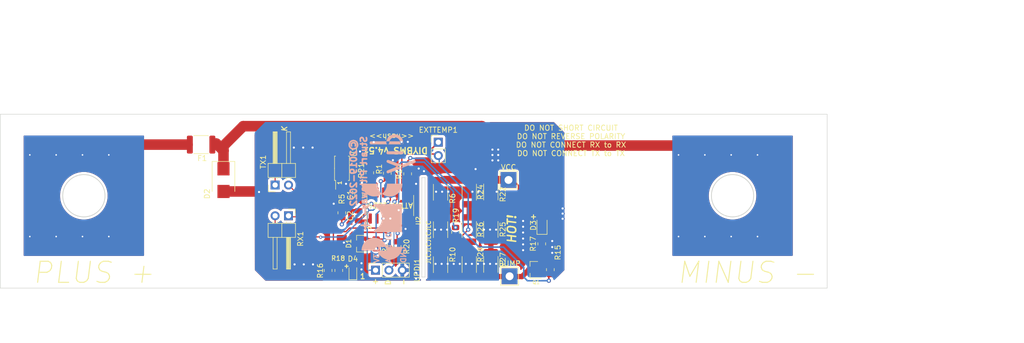
<source format=kicad_pcb>
(kicad_pcb (version 20221018) (generator pcbnew)
  (layers (0 "F.Cu" signal) (31 "B.Cu" signal) (34 "B.Paste" user) (35 "F.Paste" user) (36 "B.SilkS" user "B.Silkscreen") (37 "F.SilkS" user "F.Silkscreen") (38 "B.Mask" user) (39 "F.Mask" user) (44 "Edge.Cuts" user))
  (net 0 "")
  (net 1 "GND")
  (net 2 "VCC")
  (net 3 "RXD0")
  (net 4 "ENABLE")
  (net 5 "Net-(R5-Pad1)")
  (net 6 "TXD0")
  (net 7 "Net-(R6-Pad2)")
  (net 8 "Net-(D3-K)")
  (net 9 "Net-(D4-K)")
  (net 10 "unconnected-(F1-Pad2)")
  (net 11 "DUMP_LOAD_ENABLE")
  (net 12 "Net-(R22-Pad2)")
  (net 13 "Net-(R24-Pad2)")
  (net 14 "VREF")
  (net 15 "Net-(R10-Pad1)")
  (net 16 "Net-(R25-Pad2)")
  (net 17 "Net-(R26-Pad2)")
  (net 18 "PA6")
  (net 19 "PA3")
  (net 20 "RESET")
  (net 21 "PA7")
  (net 22 "REF_EN")
  (net 23 "Net-(Q1-D)")
  (net 24 "Net-(Q1-G)")
  (net 27 "Net-(TX1-Pin_1)")
  (net 28 "Net-(TX1-Pin_2)")
  (footprint "Package_SO:SOP-4_4.4x2.6mm_P1.27mm" (layer "F.Cu") (at 116.1676 75.2376 90)
    (fp_text reference "U1" (at 3.2 2.3 90) (layer "F.SilkS"))
    (fp_text value "EL3H7(B)(TA)-G")
    (pad "1" smd roundrect (at -3.1875 -0.635 90) (size 1.625 0.6) (layers "F.Cu" "F.Paste" "F.Mask") (net 5 "Net-(R5-Pad1)"))
    (pad "2" smd roundrect (at -3.1875 0.635 90) (size 1.625 0.6) (layers "F.Cu" "F.Paste" "F.Mask") (net 1 "GND"))
    (pad "3" smd roundrect (at 3.1875 0.635 90) (size 1.625 0.6) (layers "F.Cu" "F.Paste" "F.Mask") (net 27 "Net-(TX1-Pin_1)"))
    (pad "4" smd roundrect (at 3.1875 -0.635 90) (size 1.625 0.6) (layers "F.Cu" "F.Paste" "F.Mask") (net 28 "Net-(TX1-Pin_2)"))
  )
  (footprint "Resistor_SMD:R_0805_2012Metric" (layer "F.Cu") (at 113.5426 94.6376 90)
    (fp_text reference "R16" (at -0.05 -1.5 90) (layer "F.SilkS"))
    (fp_text value "2K2" hide)
    (pad "1" smd roundrect (at -0.9125 0 90) (size 1.025 1.4) (layers "F.Cu" "F.Paste" "F.Mask") (roundrect_rratio 0.243902439) (net 1 "GND"))
    (pad "2" smd roundrect (at 0.9125 0 90) (size 1.025 1.4) (layers "F.Cu" "F.Paste" "F.Mask") (roundrect_rratio 0.243902439) (net 3 "RXD0"))
  )
  (footprint "Resistor_SMD:R_2010_5025Metric" (layer "F.Cu") (at 144.4426 93.4876 -90)
    (fp_text reference "R27" (at -0.848 -2.28 -270) (layer "F.SilkS"))
    (fp_text value "3R")
    (pad "1" smd roundrect (at -2.3125 0 270) (size 1.225 2.65) (layers "F.Cu" "F.Paste" "F.Mask") (roundrect_rratio 0.2040816327) (net 16 "Net-(R25-Pad2)"))
    (pad "2" smd roundrect (at 2.3125 0 270) (size 1.225 2.65) (layers "F.Cu" "F.Paste" "F.Mask") (roundrect_rratio 0.2040816327) (net 23 "Net-(Q1-D)"))
  )
  (footprint "Resistor_SMD:R_2010_5025Metric" (layer "F.Cu") (at 140.3426 86.870934 -90)
    (fp_text reference "R26" (at 0 -2.13 -270) (layer "F.SilkS"))
    (fp_text value "3R" hide)
    (pad "1" smd roundrect (at -2.3125 0 270) (size 1.225 2.65) (layers "F.Cu" "F.Paste" "F.Mask") (roundrect_rratio 0.2040816327) (net 13 "Net-(R24-Pad2)"))
    (pad "2" smd roundrect (at 2.3125 0 270) (size 1.225 2.65) (layers "F.Cu" "F.Paste" "F.Mask") (roundrect_rratio 0.2040816327) (net 17 "Net-(R26-Pad2)"))
  )
  (footprint "Resistor_SMD:R_2010_5025Metric" (layer "F.Cu") (at 140.3426 93.5126 -90)
    (fp_text reference "R28" (at -1.889 -2.13 -270) (layer "F.SilkS"))
    (fp_text value "3R")
    (pad "1" smd roundrect (at -2.3125 0 270) (size 1.225 2.65) (layers "F.Cu" "F.Paste" "F.Mask") (roundrect_rratio 0.2040816327) (net 17 "Net-(R26-Pad2)"))
    (pad "2" smd roundrect (at 2.3125 0 270) (size 1.225 2.65) (layers "F.Cu" "F.Paste" "F.Mask") (roundrect_rratio 0.2040816327) (net 23 "Net-(Q1-D)"))
  )
  (footprint "Resistor_SMD:R_2010_5025Metric" (layer "F.Cu") (at 140.3426 79.7626 -90)
    (fp_text reference "R24" (at 0 -2.13 -270) (layer "F.SilkS"))
    (fp_text value "3R" hide)
    (pad "1" smd roundrect (at -2.3125 0 270) (size 1.225 2.65) (layers "F.Cu" "F.Paste" "F.Mask") (roundrect_rratio 0.2040816327) (net 2 "VCC"))
    (pad "2" smd roundrect (at 2.3125 0 270) (size 1.225 2.65) (layers "F.Cu" "F.Paste" "F.Mask") (roundrect_rratio 0.2040816327) (net 13 "Net-(R24-Pad2)"))
  )
  (footprint "Resistor_SMD:R_2010_5025Metric" (layer "F.Cu") (at 144.4426 86.845934 -90)
    (fp_text reference "R25" (at 0 -2.28 -270) (layer "F.SilkS"))
    (fp_text value "3R")
    (pad "1" smd roundrect (at -2.3125 0 270) (size 1.225 2.65) (layers "F.Cu" "F.Paste" "F.Mask") (roundrect_rratio 0.2040816327) (net 12 "Net-(R22-Pad2)"))
    (pad "2" smd roundrect (at 2.3125 0 270) (size 1.225 2.65) (layers "F.Cu" "F.Paste" "F.Mask") (roundrect_rratio 0.2040816327) (net 16 "Net-(R25-Pad2)"))
  )
  (footprint "Resistor_SMD:R_2010_5025Metric" (layer "F.Cu") (at 144.4426 79.7376 -90)
    (fp_text reference "R22" (at 0.456 -2.28 -270) (layer "F.SilkS"))
    (fp_text value "3R")
    (pad "1" smd roundrect (at -2.3125 0 270) (size 1.225 2.65) (layers "F.Cu" "F.Paste" "F.Mask") (roundrect_rratio 0.2040816327) (net 2 "VCC"))
    (pad "2" smd roundrect (at 2.3125 0 270) (size 1.225 2.65) (layers "F.Cu" "F.Paste" "F.Mask") (roundrect_rratio 0.2040816327) (net 12 "Net-(R22-Pad2)"))
  )
  (footprint "Resistor_SMD:R_0805_2012Metric" (layer "F.Cu") (at 137.7426 87.3876 90)
    (fp_text reference "R19" (at 3.15 0.075 90) (layer "F.SilkS"))
    (fp_text value "CMFB103F3950FANT" hide)
    (pad "1" smd roundrect (at -0.9125 0 90) (size 1.025 1.4) (layers "F.Cu" "F.Paste" "F.Mask") (roundrect_rratio 0.243902439) (net 4 "ENABLE"))
    (pad "2" smd roundrect (at 0.9125 0 90) (size 1.025 1.4) (layers "F.Cu" "F.Paste" "F.Mask") (roundrect_rratio 0.243902439) (net 21 "PA7"))
  )
  (footprint "Connector_PinHeader_2.54mm:PinHeader_1x02_P2.54mm_Vertical" (layer "F.Cu") (at 134.4626 70.2876)
    (fp_text reference "EXTTEMP1" (at 0 -2.33) (layer "F.SilkS"))
    (fp_text value "Ext Temp Sensor")
    (pad "1" thru_hole rect (at 0 0) (size 1.7 1.7) (drill 1) (layers "*.Cu" "*.Mask") (net 19 "PA3"))
    (pad "2" thru_hole oval (at 0 2.54) (size 1.7 1.7) (drill 1) (layers "*.Cu" "*.Mask") (net 4 "ENABLE"))
  )
  (footprint "TO_SOT_Packages_SMD:SOT-23" (layer "F.Cu") (at 152.6426 94.5126 180)
    (fp_text reference "Q1" (at -0.4 -2.375) (layer "F.SilkS") (effects (font (size 0.7 0.7) (thickness 0.1))))
    (fp_text value "AO3400A")
    (pad "1" smd rect (at -1 -0.95 180) (size 0.9 0.8) (layers "F.Cu" "F.Paste" "F.Mask") (net 24 "Net-(Q1-G)"))
    (pad "2" smd rect (at -1 0.95 180) (size 0.9 0.8) (layers "F.Cu" "F.Paste" "F.Mask") (net 1 "GND"))
    (pad "3" smd rect (at 1 0 180) (size 0.9 0.8) (layers "F.Cu" "F.Paste" "F.Mask") (net 23 "Net-(Q1-D)"))
  )
  (footprint "LED_SMD:LED_0603_1608Metric" (layer "F.Cu") (at 118.2426 94.9126 90)
    (fp_text reference "D4" (at 2.475 0) (layer "F.SilkS"))
    (fp_text value "Blue")
    (pad "1" smd roundrect (at -0.7875 0 90) (size 0.875 0.95) (layers "F.Cu" "F.Paste" "F.Mask") (net 9 "Net-(D4-K)"))
    (pad "2" smd roundrect (at 0.7875 0 90) (size 0.875 0.95) (layers "F.Cu" "F.Paste" "F.Mask") (net 18 "PA6"))
  )
  (footprint "LED_SMD:LED_0805_2012Metric" (layer "F.Cu") (at 154.1576 86.0876 90)
    (fp_text reference "D3" (at 0 -1.65 90) (layer "F.SilkS"))
    (fp_text value "Red")
    (pad "1" smd roundrect (at -0.9375 0 90) (size 0.975 1.4) (layers "F.Cu" "F.Paste" "F.Mask") (net 8 "Net-(D3-K)"))
    (pad "2" smd roundrect (at 0.9375 0 90) (size 0.975 1.4) (layers "F.Cu" "F.Paste" "F.Mask") (net 2 "VCC"))
  )
  (footprint "Resistor_SMD:R_0805_2012Metric" (layer "F.Cu") (at 121.4426 76.0876 90)
    (fp_text reference "R21" (at 0.4 -1.6 90) (layer "F.SilkS"))
    (fp_text value "10KOHMS")
    (pad "1" smd roundrect (at -0.9125 0 90) (size 1.025 1.4) (layers "F.Cu" "F.Paste" "F.Mask") (roundrect_rratio 0.243902439) (net 19 "PA3"))
    (pad "2" smd roundrect (at 0.9125 0 90) (size 1.025 1.4) (layers "F.Cu" "F.Paste" "F.Mask") (roundrect_rratio 0.243902439) (net 1 "GND"))
  )
  (footprint "Resistor_SMD:R_0805_2012Metric" (layer "F.Cu") (at 154.1126 89.5876 90)
    (fp_text reference "R17" (at 0 -1.65 90) (layer "F.SilkS"))
    (fp_text value "2K2")
    (pad "1" smd roundrect (at -0.9125 0 90) (size 1.025 1.4) (layers "F.Cu" "F.Paste" "F.Mask") (roundrect_rratio 0.243902439) (net 23 "Net-(Q1-D)"))
    (pad "2" smd roundrect (at 0.9125 0 90) (size 1.025 1.4) (layers "F.Cu" "F.Paste" "F.Mask") (roundrect_rratio 0.243902439) (net 8 "Net-(D3-K)"))
  )
  (footprint "Resistor_SMD:R_0805_2012Metric" (layer "F.Cu") (at 115.5676 94.6376 90)
    (fp_text reference "R18" (at 2.3 -0.125) (layer "F.SilkS") (effects (font (size 0.9 0.9))))
    (fp_text value "2K2" hide)
    (pad "1" smd roundrect (at -0.9125 0 90) (size 1.025 1.4) (layers "F.Cu" "F.Paste" "F.Mask") (roundrect_rratio 0.243902439) (net 1 "GND"))
    (pad "2" smd roundrect (at 0.9125 0 90) (size 1.025 1.4) (layers "F.Cu" "F.Paste" "F.Mask") (roundrect_rratio 0.243902439) (net 9 "Net-(D4-K)"))
  )
  (footprint "Resistor_SMD:R_0805_2012Metric" (layer "F.Cu") (at 116.1426 83.6876 -90)
    (fp_text reference "R5" (at -2.6 0 -270) (layer "F.SilkS"))
    (fp_text value "180R")
    (pad "1" smd roundrect (at -0.9125 0 270) (size 1.025 1.4) (layers "F.Cu" "F.Paste" "F.Mask") (roundrect_rratio 0.243902439) (net 5 "Net-(R5-Pad1)"))
    (pad "2" smd roundrect (at 0.9125 0 270) (size 1.025 1.4) (layers "F.Cu" "F.Paste" "F.Mask") (roundrect_rratio 0.243902439) (net 6 "TXD0"))
  )
  (footprint "Resistor_SMD:R_0805_2012Metric" (layer "F.Cu") (at 126.6426 90.0996 -90)
    (fp_text reference "R20" (at 0 -1.8 90) (layer "F.SilkS"))
    (fp_text value "10KOHMS")
    (pad "1" smd roundrect (at -0.9125 0 270) (size 1.025 1.4) (layers "F.Cu" "F.Paste" "F.Mask") (roundrect_rratio 0.243902439) (net 21 "PA7"))
    (pad "2" smd roundrect (at 0.9125 0 270) (size 1.025 1.4) (layers "F.Cu" "F.Paste" "F.Mask") (roundrect_rratio 0.243902439) (net 1 "GND"))
  )
  (footprint "Package_TO_SOT_SMD:SOT-23" (layer "F.Cu") (at 119.7026 89.5476 180)
    (fp_text reference "D1" (at 2.26 0.01 90) (layer "F.SilkS") (effects (font (size 0.9 0.9))))
    (fp_text value "AZ432ANTR-E1")
    (pad "1" smd rect (at -1 -0.95 180) (size 0.9 0.8) (layers "F.Cu" "F.Paste" "F.Mask") (net 14 "VREF"))
    (pad "2" smd rect (at -1 0.95 180) (size 0.9 0.8) (layers "F.Cu" "F.Paste" "F.Mask") (net 14 "VREF"))
    (pad "3" smd rect (at 1 0 180) (size 0.9 0.8) (layers "F.Cu" "F.Paste" "F.Mask") (net 1 "GND"))
  )
  (footprint "Capacitor_SMD:C_0805_2012Metric" (layer "F.Cu") (at 119.3326 80.3476 90)
    (fp_text reference "C1" (at 0.01 -1.59 90) (layer "F.SilkS"))
    (fp_text value "100nF")
    (pad "1" smd roundrect (at -0.95 0 90) (size 1 1.45) (layers "F.Cu" "F.Paste" "F.Mask") (net 2 "VCC"))
    (pad "2" smd roundrect (at 0.95 0 90) (size 1 1.45) (layers "F.Cu" "F.Paste" "F.Mask") (net 1 "GND"))
  )
  (footprint "Resistor_SMD:R_0805_2012Metric" (layer "F.Cu") (at 128.6426 76.2876 -90)
    (fp_text reference "R14" (at -0.4 1.6 -270) (layer "F.SilkS"))
    (fp_text value "510OHMS")
    (pad "1" smd roundrect (at -0.9125 0 270) (size 1.025 1.4) (layers "F.Cu" "F.Paste" "F.Mask") (roundrect_rratio 0.243902439) (net 24 "Net-(Q1-G)"))
    (pad "2" smd roundrect (at 0.9125 0 270) (size 1.025 1.4) (layers "F.Cu" "F.Paste" "F.Mask") (roundrect_rratio 0.243902439) (net 11 "DUMP_LOAD_ENABLE"))
  )
  (footprint "Resistor_SMD:R_0805_2012Metric" (layer "F.Cu") (at 122.6526 89.5876 90)
    (fp_text reference "R2" (at -0.8 1.69 90) (layer "F.SilkS"))
    (fp_text value "1k" hide)
    (pad "1" smd roundrect (at -0.9125 0 90) (size 1.025 1.4) (layers "F.Cu" "F.Paste" "F.Mask") (roundrect_rratio 0.243902439) (net 22 "REF_EN"))
    (pad "2" smd roundrect (at 0.9125 0 90) (size 1.025 1.4) (layers "F.Cu" "F.Paste" "F.Mask") (roundrect_rratio 0.243902439) (net 14 "VREF"))
  )
  (footprint "Fuse:Fuse_1812_4532Metric" (layer "F.Cu") (at 89.4176 70.7376 180)
    (fp_text reference "F1" (at -0.2 -2.6) (layer "F.SilkS"))
    (fp_text value "mSMD150")
    (pad "1" smd roundrect (at -2.1375 0 180) (size 1.125 3.4) (layers "F.Cu" "F.Paste" "F.Mask") (roundrect_rratio 0.2222222222) (net 2 "VCC"))
    (pad "2" smd roundrect (at 2.1375 0 180) (size 1.125 3.4) (layers "F.Cu" "F.Paste" "F.Mask") (roundrect_rratio 0.2222222222) (net 10 "unconnected-(F1-Pad2)"))
  )
  (footprint "Resistor_SMD:R_0805_2012Metric" (layer "F.Cu") (at 155.7426 94.4876 90)
    (fp_text reference "R15" (at 3.25 1.425 90) (layer "F.SilkS"))
    (fp_text value "10K")
    (pad "1" smd roundrect (at -0.9125 0 90) (size 1.025 1.4) (layers "F.Cu" "F.Paste" "F.Mask") (roundrect_rratio 0.243902439) (net 24 "Net-(Q1-G)"))
    (pad "2" smd roundrect (at 0.9125 0 90) (size 1.025 1.4) (layers "F.Cu" "F.Paste" "F.Mask") (roundrect_rratio 0.243902439) (net 1 "GND"))
  )
  (footprint "Capacitor_SMD:C_0805_2012Metric" (layer "F.Cu") (at 119.3226 84.2676 90)
    (fp_text reference "C2" (at -0.02 -1.58 90) (layer "F.SilkS"))
    (fp_text value "10uF")
    (pad "1" smd roundrect (at -0.95 0 90) (size 1 1.45) (layers "F.Cu" "F.Paste" "F.Mask") (net 2 "VCC"))
    (pad "2" smd roundrect (at 0.95 0 90) (size 1 1.45) (layers "F.Cu" "F.Paste" "F.Mask") (net 1 "GND"))
  )
  (footprint "Diode_SMD:D_SMB" (layer "F.Cu") (at 93.6676 77.4876 -90)
    (fp_text reference "D2" (at 2.6 3.1 90) (layer "F.SilkS"))
    (fp_text value "SMBJ5.0A")
    (pad "1" smd rect (at -2.15 0 270) (size 2.5 2.3) (layers "F.Cu" "F.Paste" "F.Mask") (net 2 "VCC"))
    (pad "2" smd rect (at 2.15 0 270) (size 2.5 2.3) (layers "F.Cu" "F.Paste" "F.Mask") (net 1 "GND"))
  )
  (footprint "Resistor_SMD:R_2010_5025Metric" (layer "F.Cu") (at 134.8926 93.5376 -90)
    (fp_text reference "R10" (at -1.914 -2.28 -270) (layer "F.SilkS"))
    (fp_text value "3R")
    (pad "1" smd roundrect (at -2.3125 0 270) (size 1.225 2.65) (layers "F.Cu" "F.Paste" "F.Mask") (roundrect_rratio 0.2040816327) (net 15 "Net-(R10-Pad1)"))
    (pad "2" smd roundrect (at 2.3125 0 270) (size 1.225 2.65) (layers "F.Cu" "F.Paste" "F.Mask") (roundrect_rratio 0.2040816327) (net 23 "Net-(Q1-D)"))
  )
  (footprint "Resistor_SMD:R_2010_5025Metric" (layer "F.Cu") (at 134.8926 79.7876 -90)
    (fp_text reference "R6" (at 1.168 -2.28 -270) (layer "F.SilkS"))
    (fp_text value "3R")
    (pad "1" smd roundrect (at -2.3125 0 270) (size 1.225 2.65) (layers "F.Cu" "F.Paste" "F.Mask") (roundrect_rratio 0.2040816327) (net 2 "VCC"))
    (pad "2" smd roundrect (at 2.3125 0 270) (size 1.225 2.65) (layers "F.Cu" "F.Paste" "F.Mask") (roundrect_rratio 0.2040816327) (net 7 "Net-(R6-Pad2)"))
  )
  (footprint "Connector_PinSocket_2.54mm:PinSocket_1x03_P2.54mm_Vertical" (layer "F.Cu") (at 122.5426 94.5876 90)
    (fp_text reference "UPDI1" (at 0 7.9 90) (layer "F.SilkS"))
    (fp_text value "UPDI")
    (pad "1" thru_hole rect (at 0 0 90) (size 1.7 1.7) (drill 1) (layers "*.Cu" "*.Mask") (net 2 "VCC"))
    (pad "2" thru_hole oval (at 0 2.54 90) (size 1.7 1.7) (drill 1) (layers "*.Cu" "*.Mask") (net 20 "RESET"))
    (pad "3" thru_hole oval (at 0 5.08 90) (size 1.7 1.7) (drill 1) (layers "*.Cu" "*.Mask") (net 1 "GND"))
  )
  (footprint "Resistor_SMD:R_0805_2012Metric" (layer "F.Cu") (at 124.7826 76.1676 90)
    (fp_text reference "R1" (at 0.78 -1.54 90) (layer "F.SilkS"))
    (fp_text value "100K")
    (pad "1" smd roundrect (at -0.9125 0 90) (size 1.025 1.4) (layers "F.Cu" "F.Paste" "F.Mask") (roundrect_rratio 0.243902439) (net 2 "VCC"))
    (pad "2" smd roundrect (at 0.9125 0 90) (size 1.025 1.4) (layers "F.Cu" "F.Paste" "F.Mask") (roundrect_rratio 0.243902439) (net 20 "RESET"))
  )
  (footprint "Package_SO:SOIC-14_3.9x8.7mm_P1.27mm" (layer "F.Cu") (at 125.3526 82.3076 90)
    (fp_text reference "U2" (at -2.88 5.29 90) (layer "F.SilkS") (effects (font (size 0.8 0.8))))
    (fp_text value "ATTINY1624-SSU-ND")
    (pad "1" smd roundrect (at -2.475 -3.81 90) (size 1.95 0.6) (layers "F.Cu" "F.Paste" "F.Mask") (net 2 "VCC"))
    (pad "2" smd roundrect (at -2.475 -2.54 90) (size 1.95 0.6) (layers "F.Cu" "F.Paste" "F.Mask"))
    (pad "3" smd roundrect (at -2.475 -1.27 90) (size 1.95 0.6) (layers "F.Cu" "F.Paste" "F.Mask") (net 14 "VREF"))
    (pad "4" smd roundrect (at -2.475 0 90) (size 1.95 0.6) (layers "F.Cu" "F.Paste" "F.Mask") (net 18 "PA6"))
    (pad "5" smd roundrect (at -2.475 1.27 90) (size 1.95 0.6) (layers "F.Cu" "F.Paste" "F.Mask") (net 21 "PA7"))
    (pad "6" smd roundrect (at -2.475 2.54 90) (size 1.95 0.6) (layers "F.Cu" "F.Paste" "F.Mask") (net 3 "RXD0"))
    (pad "7" smd roundrect (at -2.475 3.81 90) (size 1.95 0.6) (layers "F.Cu" "F.Paste" "F.Mask") (net 6 "TXD0"))
    (pad "8" smd roundrect (at 2.475 3.81 90) (size 1.95 0.6) (layers "F.Cu" "F.Paste" "F.Mask") (net 11 "DUMP_LOAD_ENABLE"))
    (pad "9" smd roundrect (at 2.475 2.54 90) (size 1.95 0.6) (layers "F.Cu" "F.Paste" "F.Mask") (net 4 "ENABLE"))
    (pad "10" smd roundrect (at 2.475 1.27 90) (size 1.95 0.6) (layers "F.Cu" "F.Paste" "F.Mask") (net 20 "RESET"))
    (pad "11" smd roundrect (at 2.475 0 90) (size 1.95 0.6) (layers "F.Cu" "F.Paste" "F.Mask") (net 22 "REF_EN"))
    (pad "12" smd roundrect (at 2.475 -1.27 90) (size 1.95 0.6) (layers "F.Cu" "F.Paste" "F.Mask"))
    (pad "13" smd roundrect (at 2.475 -2.54 90) (size 1.95 0.6) (layers "F.Cu" "F.Paste" "F.Mask") (net 19 "PA3"))
    (pad "14" smd roundrect (at 2.475 -3.81 90) (size 1.95 0.6) (layers "F.Cu" "F.Paste" "F.Mask") (net 1 "GND"))
  )
  (footprint "Connector_PinHeader_2.54mm:PinHeader_1x02_P2.54mm_Horizontal" (layer "F.Cu") (at 106.0146 84.2576 -90)
    (fp_text reference "RX1" (at 4.385 -2.27 90) (layer "F.SilkS"))
    (fp_text value "RX Connector")
    (pad "1" thru_hole rect locked (at 0 0 270) (size 1.7 1.7) (drill 1) (layers "*.Cu" "*.Mask") (net 3 "RXD0"))
    (pad "2" thru_hole oval locked (at 0 2.54 270) (size 1.7 1.7) (drill 1) (layers "*.Cu" "*.Mask") (net 2 "VCC"))
  )
  (footprint "Connector_PinHeader_2.54mm:PinHeader_1x02_P2.54mm_Horizontal" (layer "F.Cu") (at 103.4746 78.4156 90)
    (fp_text reference "TX1" (at 4.385 -2.27 90) (layer "F.SilkS"))
    (fp_text value "TX Connector")
    (pad "1" thru_hole rect locked (at 0 0 90) (size 1.7 1.7) (drill 1) (layers "*.Cu" "*.Mask") (net 27 "Net-(TX1-Pin_1)"))
    (pad "2" thru_hole oval locked (at 0 2.54 90) (size 1.7 1.7) (drill 1) (layers "*.Cu" "*.Mask") (net 28 "Net-(TX1-Pin_2)"))
  )
  (footprint "Resistor_SMD:R_2010_5025Metric" (layer "F.Cu") (at 134.8926 86.895934 -90)
    (fp_text reference "R8" hide)
    (fp_text value "3R")
    (pad "1" smd roundrect (at -2.3125 0 270) (size 1.225 2.65) (layers "F.Cu" "F.Paste" "F.Mask") (roundrect_rratio 0.2040816327) (net 7 "Net-(R6-Pad2)"))
    (pad "2" smd roundrect (at 2.3125 0 270) (size 1.225 2.65) (layers "F.Cu" "F.Paste" "F.Mask") (roundrect_rratio 0.2040816327) (net 15 "Net-(R10-Pad1)"))
  )
  (footprint "TestPoint:TestPoint_THTPad_3.0x3.0mm_Drill1.5mm" (layer "F.Cu") (at 148.0008 95.7384)
    (fp_text reference "DUMP" (at 0 -2.398) (layer "F.SilkS"))
    (fp_text value "TestPoint_THTPad_3.0x3.0mm_Drill1.5mm")
    (pad "1" thru_hole rect (at 0 0) (size 3 3) (drill 1.5) (layers "*.Cu" "*.Mask") (net 23 "Net-(Q1-D)"))
  )
  (footprint "TestPoint:TestPoint_THTPad_3.0x3.0mm_Drill1.5mm" (layer "F.Cu") (at 147.7976 77.4504)
    (fp_text reference "VCC" (at 0 -2.398) (layer "F.SilkS"))
    (fp_text value "TestPoint_THTPad_3.0x3.0mm_Drill1.5mm")
    (pad "1" thru_hole rect (at 0 0) (size 3 3) (drill 1.5) (layers "*.Cu" "*.Mask") (net 2 "VCC"))
  )
  (footprint "ModuleV450:diybms_logo_24x10mm" (layer "B.Cu") (at 124.9176 80.6876 -90)
    (fp_text reference "G***" hide)
    (fp_text value "LOGO" hide)
  )
  (gr_line (start 131.9426 82.7876) (end 131.9426 95.8876) (stroke (width 0.1)) (layer "Edge.Cuts"))
  (gr_line (start 131.9426 76.9876) (end 131.9426 82.7876) (stroke (width 0.1)) (layer "Edge.Cuts"))
  (gr_line (start 131.3426 77.0076) (end 131.9426 76.9876) (stroke (width 0.1)) (layer "Edge.Cuts"))
  (gr_circle (center 67.1526 80.4476) (end 71.168693 80.4476) (stroke (width 0.15)) (fill none) (layer "Edge.Cuts"))
  (gr_line (start 131.3426 95.8876) (end 131.3426 77.0076) (stroke (width 0.1)) (layer "Edge.Cuts"))
  (gr_circle (center 190.3426 80.4476) (end 194.358693 80.4476) (stroke (width 0.15)) (fill none) (layer "Edge.Cuts"))
  (gr_rect (start 51.2776 64.9676) (end 208.3126 97.9876) (stroke (width 0.1)) (fill none) (layer "Edge.Cuts"))
  (gr_line (start 131.9426 95.8876) (end 131.3426 95.8876) (stroke (width 0.1)) (layer "Edge.Cuts"))
  (gr_text "©2019-2022\nStuart Pittaway" (at 119.3426 76.0876 90) (layer "B.SilkS") (effects (font (size 1.2 1.2) (thickness 0.3)) (justify mirror)))
  (gr_text "+3.3V" (at 122.7426 88.5876 90) (layer "B.SilkS") (effects (font (size 1 1) (thickness 0.2)) (justify left mirror)))
  (gr_text "GND" (at 127.8426 90.016171 90) (layer "B.SilkS") (effects (font (size 1 1) (thickness 0.2)) (justify left mirror)))
  (gr_text "UPDI DATA" (at 125.0426 85.301885 90) (layer "B.SilkS") (effects (font (size 1 1) (thickness 0.2)) (justify left mirror)))
  (gr_text "1" (at 120.1026 95.7576) (layer "F.SilkS") (effects (font (size 1 1) (thickness 0.2))))
  (gr_text "HOT!" (at 148.4326 86.7976 90) (layer "F.SilkS") (effects (font (size 1.6 1.6) (thickness 0.3) italic)))
  (gr_text "1" (at 115.7426 77.9876 90) (layer "F.SilkS") (effects (font (size 0.7 0.7) (thickness 0.175))))
  (gr_text "DIYBMS v4.51" (at 119.9426 71.8376 180) (layer "F.SilkS") (effects (font (size 1.2 1.2) (thickness 0.25)) (justify right)))
  (gr_text "1" (at 121.3626 86.4776 90) (layer "F.SilkS") (effects (font (size 0.7 0.7) (thickness 0.175))))
  (gr_text "DO NOT SHORT CIRCUIT\nDO NOT REVERSE POLARITY\nDO NOT CONNECT RX to RX\nDO NOT CONNECT TX to TX" (at 159.6676 69.9876) (layer "F.SilkS") (effects (font (size 1 1))))
  (gr_text "JLCJLCJLCJLC" (at 132.6426 85.0876 90) (layer "F.SilkS") (effects (font (size 0.8 0.8)) (justify right)))
  (gr_text "+" (at 117.0426 93.7876) (layer "F.SilkS") (effects (font (size 0.8 0.8) (thickness 0.2))))
  (gr_text "+" (at 152.5426 84.3876) (layer "F.SilkS") (effects (font (size 1 1) (thickness 0.2))))
  (gr_text "ATTINY1624" (at 125.3426 82.2876 180) (layer "F.SilkS") (effects (font (size 1 1) (thickness 0.175))))
  (gr_text "<<hash>>" (at 125.5926 69.1876 180) (layer "F.SilkS") (effects (font (size 1 1))))
  (gr_text "K" (at 105.2526 67.7476 90) (layer "F.SilkS") (effects (font (size 1 1) (thickness 0.2) italic)))
  (gr_text "+" (at 122.5426 96.6876) (layer "F.SilkS") (effects (font (size 1 1) (thickness 0.2))))
  (gr_text "-" (at 127.8426 96.798553 90) (layer "F.SilkS") (effects (font (size 1 1) (thickness 0.2))))
  (gr_text "D" (at 124.9426 96.9176 90) (layer "F.SilkS") (effects (font (size 1 1) (thickness 0.2))))
  (gr_text "MINUS -" (at 193.1676 95.0526) (layer "F.SilkS") (effects (font (size 4 4) (thickness 0.2) italic)))
  (gr_text "PLUS +" (at 69.0576 95.0526) (layer "F.SilkS") (effects (font (size 4 4) (thickness 0.2) italic)))
  (segment (start 93.6676 79.6376) (end 100.0676 79.6376) (width 2) (layer "F.Cu") (net 1))
  (segment (start 153.6551 93.5751) (end 153.6426 93.5626) (width 0.6) (layer "F.Cu") (net 1))
  (segment (start 180.1826 70.9226) (end 156.0526 70.9226) (width 2) (layer "F.Cu") (net 1))
  (segment (start 100.1676 79.7376) (end 100.0676 79.6376) (width 0.2) (layer "F.Cu") (net 1))
  (segment (start 155.7426 93.5751) (end 153.6551 93.5751) (width 0.6) (layer "F.Cu") (net 1))
  (via (at 110.6676 93.4876) (size 0.8) (drill 0.4) (layers "F.Cu" "B.Cu") (net 1))
  (via (at 131.7426 75.7876) (size 0.8) (drill 0.4) (layers "F.Cu" "B.Cu") (net 1))
  (via (at 100.4176 79.7376) (size 0.8) (drill 0.4) (layers "F.Cu" "B.Cu") (net 1))
  (via (at 145.8426 72.7126) (size 0.8) (drill 0.4) (layers "F.Cu" "B.Cu") (net 1))
  (via (at 145.8426 73.7376) (size 0.8) (drill 0.4) (layers "F.Cu" "B.Cu") (net 1))
  (via (at 145.8426 71.6876) (size 0.8) (drill 0.4) (layers "F.Cu" "B.Cu") (net 1))
  (via (at 150.5676 90.7876) (size 0.8) (drill 0.4) (layers "F.Cu" "B.Cu") (net 1))
  (via (at 150.5676 89.6876) (size 0.8) (drill 0.4) (layers "F.Cu" "B.Cu") (net 1))
  (via (at 150.5676 88.5876) (size 0.8) (drill 0.4) (layers "F.Cu" "B.Cu") (net 1))
  (via (at 150.5676 85.2376) (size 0.8) (drill 0.4) (layers "F.Cu" "B.Cu") (net 1))
  (via (at 150.5676 87.4376) (size 0.8) (drill 0.4) (layers "F.Cu" "B.Cu") (net 1))
  (via (at 150.5676 86.3376) (size 0.8) (drill 0.4) (layers "F.Cu" "B.Cu") (net 1))
  (via (at 158.0676 83.8426) (size 0.8) (drill 0.4) (layers "F.Cu" "B.Cu") (net 1))
  (via (at 158.0676 82.8626) (size 0.8) (drill 0.4) (layers "F.Cu" "B.Cu") (net 1))
  (via (at 158.0676 84.8226) (size 0.8) (drill 0.4) (layers "F.Cu" "B.Cu") (net 1))
  (via (at 108.9176 93.4876) (size 0.8) (drill 0.4) (layers "F.Cu" "B.Cu") (net 1))
  (via (at 119.8776 94.4426) (size 0.8) (drill 0.4) (layers "F.Cu" "B.Cu") (net 1))
  (via (at 119.8776 93.2676) (size 0.8) (drill 0.4) (layers "F.Cu" "B.Cu") (net 1))
  (via (at 128.2426 86.7476) (size 0.8) (drill 0.4) (layers "F.Cu" "B.Cu") (net 1))
  (via (at 130.7426 75.2876) (size 0.8) (drill 0.4) (layers "F.Cu" "B.Cu") (net 1))
  (via (at 114.6026 81.9676) (size 0.8) (drill 0.4) (layers "F.Cu" "B.Cu") (net 1))
  (via (at 119.5926 72.0376) (size 0.8) (drill 0.4) (layers "F.Cu" "B.Cu") (net 1))
  (via (at 122.2026 70.2676) (size 0.8) (drill 0.4) (layers "F.Cu" "B.Cu") (net 1))
  (via (at 156.0976 91.2976) (size 0.8) (drill 0.4) (layers "F.Cu" "B.Cu") (net 1))
  (via (at 156.0976 90.1976) (size 0.8) (drill 0.4) (layers "F.Cu" "B.Cu") (net 1))
  (via (at 156.0976 89.0476) (size 0.8) (drill 0.4) (layers "F.Cu" "B.Cu") (net 1))
  (via (at 133.9426 93.3876) (size 0.8) (drill 0.4) (layers "F.Cu" "B.Cu") (net 1))
  (via (at 135.0926 93.3876) (size 0.8) (drill 0.4) (layers "F.Cu" "B.Cu") (net 1))
  (via (at 136.2426 93.3876) (size 0.8) (drill 0.4) (layers "F.Cu" "B.Cu") (net 1))
  (via (at 137.3926 93.3876) (size 0.8) (drill 0.4) (layers "F.Cu" "B.Cu") (net 1))
  (via (at 138.5426 93.3876) (size 0.8) (drill 0.4) (layers "F.Cu" "B.Cu") (net 1))
  (via (at 139.6926 93.3876) (size 0.8) (drill 0.4) (layers "F.Cu" "B.Cu") (net 1))
  (via (at 140.8426 93.3876) (size 0.8) (drill 0.4) (layers "F.Cu" "B.Cu") (net 1))
  (via (at 141.9926 93.3876) (size 0.8) (drill 0.4) (layers "F.Cu" "B.Cu") (net 1))
  (via (at 143.1426 93.3876) (size 0.8) (drill 0.4) (layers "F.Cu" "B.Cu") (net 1))
  (via (at 144.2926 93.3876) (size 0.8) (drill 0.4) (layers "F.Cu" "B.Cu") (net 1))
  (via (at 145.4426 93.3876) (size 0.8) (drill 0.4) (layers "F.Cu" "B.Cu") (net 1))
  (via (at 136.3426 79.6876) (size 0.8) (drill 0.4) (layers "F.Cu" "B.Cu") (net 1))
  (via (at 134.0426 79.6876) (size 0.8) (drill 0.4) (layers "F.Cu" "B.Cu") (net 1))
  (via (at 135.1926 79.6876) (size 0.8) (drill 0.4) (layers "F.Cu" "B.Cu") (net 1))
  (via (at 142.0926 79.6876) (size 0.8) (drill 0.4) (layers "F.Cu" "B.Cu") (net 1))
  (via (at 140.9426 79.6876) (size 0.8) (drill 0.4) (layers "F.Cu" "B.Cu") (net 1))
  (via (at 145.5426 79.6876) (size 0.8) (drill 0.4) (layers "F.Cu" "B.Cu") (net 1))
  (via (at 144.2926 86.8876) (size 0.8) (drill 0.4) (layers "F.Cu" "B.Cu") (net 1))
  (via (at 143.1426 86.8876) (size 0.8) (drill 0.4) (layers "F.Cu" "B.Cu") (net 1))
  (via (at 145.4426 86.8876) (size 0.8) (drill 0.4) (layers "F.Cu" "B.Cu") (net 1))
  (via (at 133.8426 86.8876) (size 0.8) (drill 0.4) (layers "F.Cu" "B.Cu") (net 1))
  (via (at 136.1426 86.8876) (size 0.8) (drill 0.4) (layers "F.Cu" "B.Cu") (net 1))
  (via (at 134.9926 86.8876) (size 0.8) (drill 0.4) (layers "F.Cu" "B.Cu") (net 1))
  (via (at 141.5426 75.3876) (size 0.8) (drill 0.4) (layers "F.Cu" "B.Cu") (net 1))
  (via (at 128.6726 70.2176) (size 0.8) (drill 0.4) (layers "F.Cu" "B.Cu") (net 1))
  (via (at 127.4826 70.2476) (size 0.8) (drill 0.4) (layers "F.Cu" "B.Cu") (net 1))
  (via (at 119.9426 77.9876) (size 0.8) (drill 0.4) (layers "F.Cu" "B.Cu") (net 1))
  (via (at 144.7426 72.7126) (size 0.8) (drill 0.4) (layers "F.Cu" "B.Cu") (net 1))
  (via (at 144.7426 73.7376) (size 0.8) (drill 0.4) (layers "F.Cu" "B.Cu") (net 1))
  (via (at 144.7426 71.6876) (size 0.8) (drill 0.4) (layers "F.Cu" "B.Cu") (net 1))
  (via (at 116.9426 78.1876) (size 0.8) (drill 0.4) (layers "F.Cu" "B.Cu") (net 1))
  (via (at 110.5866 71.3036) (size 0.8) (drill 0.4) (layers "F.Cu" "B.Cu") (net 1))
  (via (at 180.0826 72.6976) (size 0.6) (drill 0.3) (layers "F.Cu" "B.Cu") (net 1))
  (via (at 130.2426 96.1876) (size 0.8) (drill 0.4) (layers "F.Cu" "B.Cu") (net 1))
  (via (at 195.0826 88.1976) (size 0.6) (drill 0.3) (layers "F.Cu" "B.Cu") (net 1))
  (via (at 125.8426 73.6876) (size 0.8) (drill 0.4) (layers "F.Cu" "B.Cu") (net 1))
  (via (at 180.0826 88.1976) (size 0.6) (drill 0.3) (layers "F.Cu" "B.Cu") (net 1))
  (via (at 130.2426 95.0876) (size 0.8) (drill 0.4) (layers "F.Cu" "B.Cu") (net 1))
  (via (at 116.5326 89.3476) (size 0.8) (drill 0.4) (layers "F.Cu" "B.Cu") (net 1))
  (via (at 107.1676 93.4876) (size 0.8) (drill 0.4) (layers "F.Cu" "B.Cu") (net 1))
  (via (at 190.0826 72.6976) (size 0.6) (drill 0.3) (layers "F.Cu" "B.Cu") (net 1))
  (via (at 190.0826 88.1976) (size 0.6) (drill 0.3) (layers "F.Cu" "B.Cu") (net 1))
  (via (at 130.2426 78.1876) (size 0.8) (drill 0.4) (layers "F.Cu" "B.Cu") (net 1))
  (via (at 107.0306 71.3036) (size 0.8) (drill 0.4) (layers "F.Cu" "B.Cu") (net 1))
  (via (at 185.0826 72.6976) (size 0.6) (drill 0.3) (layers "F.Cu" "B.Cu") (net 1))
  (via (at 185.0826 88.1976) (size 0.6) (drill 0.3) (layers "F.Cu" "B.Cu") (net 1))
  (via (at 108.8086 71.3036) (size 0.8) (drill 0.4) (layers "F.Cu" "B.Cu") (net 1))
  (via (at 195.0826 72.6976) (size 0.6) (drill 0.3) (layers "F.Cu" "B.Cu") (net 1))
  (via (at 122.9426 91.7876) (size 0.8) (drill 0.4) (layers "F.Cu" "B.Cu") (net 1))
  (segment (start 120.9426 83.1876) (end 120.9426 83.5976) (width 0.5) (layer "F.Cu") (net 2))
  (segment (start 93.6676 71.9106) (end 92.2986 70.5416) (width 2) (layer "F.Cu") (net 2))
  (segment (start 92.2986 70.5416) (end 92.0446 70.5416) (width 2) (layer "F.Cu") (net 2))
  (segment (start 93.6676 75.3376) (end 93.6676 71.9106) (width 2) (layer "F.Cu") (net 2))
  (segment (start 119.3226 85.2176) (end 121.1076 85.2176) (width 0.5) (layer "F.Cu") (net 2))
  (segment (start 148.5851 77.4251) (end 147.9501 77.4251) (width 0.3) (layer "F.Cu") (net 2))
  (segment (start 147.7976 77.2726) (end 147.6451 77.4251) (width 0.3) (layer "F.Cu") (net 2))
  (segment (start 119.3326 81.2976) (end 120.9426 82.9076) (width 0.5) (layer "F.Cu") (net 2))
  (segment (start 147.9501 77.4251) (end 147.7976 77.2726) (width 0.3) (layer "F.Cu") (net 2))
  (segment (start 111.3501 88.2576) (end 105.1886 88.2576) (width 0.2) (layer "F.Cu") (net 2))
  (segment (start 147.6451 77.4251) (end 146.8926 77.4251) (width 0.3) (layer "F.Cu") (net 2))
  (segment (start 118.1426 80.1076) (end 119.3326 81.2976) (width 0.5) (layer "F.Cu") (net 2))
  (segment (start 135.5926 77.4251) (end 146.8926 77.4251) (width 1.5) (layer "F.Cu") (net 2))
  (segment (start 93.6676 71.9106) (end 93.6676 70.9876) (width 2) (layer "F.Cu") (net 2))
  (segment (start 118.20759 70.82261) (end 118.1426 70.8876) (width 0.5) (layer "F.Cu") (net 2))
  (segment (start 152.5051 85.1501) (end 149.6801 82.3251) (width 0.3) (layer "F.Cu") (net 2))
  (segment (start 149.6801 82.3251) (end 149.6801 78.5201) (width 0.3) (layer "F.Cu") (net 2))
  (segment (start 121.1076 85.2176) (end 121.5426 84.7826) (width 0.5) (layer "F.Cu") (net 2))
  (segment (start 93.6676 70.9876) (end 97.4176 67.2376) (width 2) (layer "F.Cu") (net 2))
  (segment (start 143.1426 67.6626) (end 143.1426 77.0001) (width 2) (layer "F.Cu") (net 2))
  (segment (start 124.1751 77.6876) (end 123.5426 77.6876) (width 0.25) (layer "F.Cu") (net 2))
  (segment (start 121.0426 67.9876) (end 118.20759 70.82261) (width 0.5) (layer "F.Cu") (net 2))
  (segment (start 103.4746 86.5436) (end 103.4746 84.2576) (width 0.2) (layer "F.Cu") (net 2))
  (segment (start 105.1886 88.2576) (end 103.4746 86.5436) (width 0.2) (layer "F.Cu") (net 2))
  (segment (start 154.1576 85.1501) (end 152.5051 85.1501) (width 0.3) (layer "F.Cu") (net 2))
  (segment (start 124.7826 77.0801) (end 124.1751 77.6876) (width 0.25) (layer "F.Cu") (net 2))
  (segment (start 111.3501 88.2576) (end 112.0466 88.2576) (width 0.2) (layer "F.Cu") (net 2))
  (segment (start 97.4176 67.2376) (end 142.7176 67.2376) (width 2) (layer "F.Cu") (net 2))
  (segment (start 120.9426 83.5976) (end 119.3226 85.2176) (width 0.5) (layer "F.Cu") (net 2))
  (segment (start 149.6801 78.5201) (end 148.5851 77.4251) (width 0.3) (layer "F.Cu") (net 2))
  (segment (start 120.9426 82.9076) (end 120.9426 83.1876) (width 0.5) (layer "F.Cu") (net 2))
  (segment (start 112.0466 88.2576) (end 112.1106 88.3216) (width 0.2) (layer "F.Cu") (net 2))
  (segment (start 142.7176 67.2376) (end 143.1426 67.6626) (width 2) (layer "F.Cu") (net 2))
  (segment (start 118.1426 70.8876) (end 118.1426 80.1076) (width 0.5) (layer "F.Cu") (net 2))
  (via (at 120.9426 83.1876) (size 0.8) (drill 0.4) (layers "F.Cu" "B.Cu") (net 2))
  (via (at 112.1106 88.3216) (size 0.6) (drill 0.3) (layers "F.Cu" "B.Cu") (net 2))
  (via (at 123.5426 77.6876) (size 0.8) (drill 0.4) (layers "F.Cu" "B.Cu") (net 2))
  (segment (start 120.9426 83.6976) (end 120.9426 83.1876) (width 0.25) (layer "B.Cu") (net 2))
  (segment (start 123.5426 81.753283) (end 123.5426 77.6876) (width 0.25) (layer "B.Cu") (net 2))
  (segment (start 120.942602 83.187598) (end 121.5426 83.187598) (width 0.25) (layer "B.Cu") (net 2))
  (segment (start 116.3526 88.2876) (end 120.9426 83.6976) (width 0.25) (layer "B.Cu") (net 2))
  (segment (start 122.108285 83.187598) (end 123.5426 81.753283) (width 0.25) (layer "B.Cu") (net 2))
  (segment (start 121.5426 83.187598) (end 122.108285 83.187598) (width 0.25) (layer "B.Cu") (net 2))
  (segment (start 112.1726 88.2876) (end 112.1446 88.2876) (width 0.25) (layer "B.Cu") (net 2))
  (segment (start 122.5426 94.5876) (end 121.1526 94.5876) (width 0.25) (layer "B.Cu") (net 2))
  (segment (start 120.9426 83.1876) (end 120.942602 83.187598) (width 0.25) (layer "B.Cu") (net 2))
  (segment (start 120.962589 83.187598) (end 121.5426 83.187598) (width 0.25) (layer "B.Cu") (net 2))
  (segment (start 121.1526 94.5876) (end 120.962589 94.397589) (width 0.25) (layer "B.Cu") (net 2))
  (segment (start 112.1726 88.2876) (end 116.3526 88.2876) (width 0.25) (layer "B.Cu") (net 2))
  (segment (start 120.962589 94.397589) (end 120.962589 83.187598) (width 0.25) (layer "B.Cu") (net 2))
  (segment (start 114.5426 89.4876) (end 114.5426 86.9076) (width 0.25) (layer "F.Cu") (net 3))
  (segment (start 111.3501 84.4476) (end 106.2046 84.4476) (width 0.2) (layer "F.Cu") (net 3))
  (segment (start 112.1426 84.5076) (end 112.0826 84.4476) (width 0.25) (layer "F.Cu") (net 3))
  (segment (start 127.0626 86.5876) (end 117.5926 86.5876) (width 0.25) (layer "F.Cu") (net 3))
  (segment (start 127.8926 85.7576) (end 127.0626 86.5876) (width 0.25) (layer "F.Cu") (net 3))
  (segment (start 117.5926 86.5876) (end 116.9226 87.2576) (width 0.25) (layer "F.Cu") (net 3))
  (segment (start 114.8926 87.2576) (end 112.1426 84.5076) (width 0.25) (layer "F.Cu") (net 3))
  (segment (start 106.2046 84.4476) (end 106.0146 84.2576) (width 0.2) (layer "F.Cu") (net 3))
  (segment (start 113.5426 93.7251) (end 113.5426 90.4876) (width 0.25) (layer "F.Cu") (net 3))
  (segment (start 113.5426 90.4876) (end 114.5426 89.4876) (width 0.25) (layer "F.Cu") (net 3))
  (segment (start 116.9226 87.2576) (end 114.8926 87.2576) (width 0.25) (layer "F.Cu") (net 3))
  (segment (start 114.5426 86.9076) (end 112.1426 84.5076) (width 0.25) (layer "F.Cu") (net 3))
  (segment (start 112.0826 84.4476) (end 111.3501 84.4476) (width 0.25) (layer "F.Cu") (net 3))
  (segment (start 127.8926 84.7826) (end 127.8926 85.7576) (width 0.25) (layer "F.Cu") (net 3))
  (segment (start 127.8926 79.8326) (end 127.5426 79.4826) (width 0.25) (layer "F.Cu") (net 4))
  (segment (start 137.7426 88.3001) (end 138.7301 88.3001) (width 0.25) (layer "F.Cu") (net 4))
  (segment (start 127.5426 73.3018) (end 128.3216 72.5228) (width 0.25) (layer "F.Cu") (net 4))
  (segment (start 127.5426 79.4826) (end 127.5426 73.3018) (width 0.25) (layer "F.Cu") (net 4))
  (segment (start 138.7301 88.3001) (end 140.1426 86.8876) (width 0.25) (layer "F.Cu") (net 4))
  (segment (start 128.3216 72.5228) (end 134.1578 72.5228) (width 0.25) (layer "F.Cu") (net 4))
  (via (at 140.1426 86.8876) (size 0.8) (drill 0.4) (layers "F.Cu" "B.Cu") (net 4))
  (segment (start 134.6426 74.5876) (end 140.1426 80.0876) (width 0.3) (layer "B.Cu") (net 4))
  (segment (start 134.6426 74.5876) (end 134.6426 73.0076) (width 0.25) (layer "B.Cu") (net 4))
  (segment (start 140.1426 80.0876) (end 140.1426 86.8876) (width 0.3) (layer "B.Cu") (net 4))
  (segment (start 134.6426 73.0076) (end 134.3226 72.6876) (width 0.25) (layer "B.Cu") (net 4))
  (segment (start 115.7076 78.6001) (end 115.5326 78.4251) (width 0.25) (layer "F.Cu") (net 5))
  (segment (start 115.7076 82.3401) (end 115.7076 78.6001) (width 0.25) (layer "F.Cu") (net 5))
  (segment (start 116.1426 82.7751) (end 115.7076 82.3401) (width 0.25) (layer "F.Cu") (net 5))
  (segment (start 122.142599 82.387599) (end 121.7426 81.9876) (width 0.25) (layer "F.Cu") (net 6))
  (segment (start 128.941603 82.387599) (end 122.142599 82.387599) (width 0.25) (layer "F.Cu") (net 6))
  (segment (start 129.1626 84.7826) (end 129.1626 82.608596) (width 0.25) (layer "F.Cu") (net 6))
  (segment (start 129.1626 82.608596) (end 128.941603 82.387599) (width 0.25) (layer "F.Cu") (net 6))
  (segment (start 116.1426 84.6001) (end 116.1426 85.887608) (width 0.25) (layer "F.Cu") (net 6))
  (via (at 121.7426 81.9876) (size 0.8) (drill 0.4) (layers "F.Cu" "B.Cu") (net 6))
  (via (at 116.1426 85.887608) (size 0.8) (drill 0.4) (layers "F.Cu" "B.Cu") (net 6))
  (segment (start 116.1426 85.887608) (end 120.042608 81.9876) (width 0.25) (layer "B.Cu") (net 6))
  (segment (start 120.042608 81.9876) (end 121.7426 81.9876) (width 0.25) (layer "B.Cu") (net 6))
  (segment (start 134.8926 84.583434) (end 134.8926 82.1001) (width 1) (layer "F.Cu") (net 7))
  (segment (start 154.1126 88.6751) (end 154.1126 87.0701) (width 0.3) (layer "F.Cu") (net 8))
  (segment (start 115.9801 94.0251) (end 115.5676 94.0251) (width 0.25) (layer "F.Cu") (net 9))
  (segment (start 117.6551 95.7001) (end 115.9801 94.0251) (width 0.25) (layer "F.Cu") (net 9))
  (segment (start 118.2426 95.7001) (end 117.6551 95.7001) (width 0.25) (layer "F.Cu") (net 9))
  (segment (start 86.8376 70.7376) (end 76.6851 70.7376) (width 2) (layer "F.Cu") (net 10))
  (segment (start 77.1276 70.7376) (end 76.6776 70.2876) (width 0.2) (layer "F.Cu") (net 10))
  (via (at 61.8926 72.6976) (size 0.6) (drill 0.3) (layers "F.Cu" "B.Cu") (net 10))
  (via (at 71.8926 72.6976) (size 0.6) (drill 0.3) (layers "F.Cu" "B.Cu") (net 10))
  (via (at 61.8926 88.1976) (size 0.6) (drill 0.3) (layers "F.Cu" "B.Cu") (net 10))
  (via (at 66.8926 72.6976) (size 0.6) (drill 0.3) (layers "F.Cu" "B.Cu") (net 10))
  (via (at 71.8926 88.1976) (size 0.6) (drill 0.3) (layers "F.Cu" "B.Cu") (net 10))
  (via (at 66.8926 88.1976) (size 0.6) (drill 0.3) (layers "F.Cu" "B.Cu") (net 10))
  (via (at 56.8926 88.1976) (size 0.6) (drill 0.3) (layers "F.Cu" "B.Cu") (net 10))
  (via (at 56.8926 72.6976) (size 0.6) (drill 0.3) (layers "F.Cu" "B.Cu") (net 10))
  (segment (start 129.1626 77.7201) (end 128.6426 77.2001) (width 0.25) (layer "F.Cu") (net 11))
  (segment (start 129.1626 79.8326) (end 129.1626 77.7201) (width 0.25) (layer "F.Cu") (net 11))
  (segment (start 144.4426 84.533434) (end 144.4426 82.0501) (width 1) (layer "F.Cu") (net 12))
  (segment (start 140.3426 84.558434) (end 140.3426 82.0751) (width 1) (layer "F.Cu") (net 13))
  (segment (start 122.6526 88.6751) (end 122.69761 88.63009) (width 0.25) (layer "F.Cu") (net 14))
  (segment (start 124.030098 88.6751) (end 124.2426 88.887602) (width 0.25) (layer "F.Cu") (net 14))
  (segment (start 122.69761 88.63009) (end 122.69761 88.5976) (width 0.25) (layer "F.Cu") (net 14))
  (segment (start 122.6526 88.6751) (end 124.030098 88.6751) (width 0.25) (layer "F.Cu") (net 14))
  (segment (start 120.7026 90.4976) (end 120.7026 88.5976) (width 0.25) (layer "F.Cu") (net 14))
  (segment (start 120.7026 88.5976) (end 122.69761 88.5976) (width 0.25) (layer "F.Cu") (net 14))
  (via (at 124.0826 84.7826) (size 0.8) (drill 0.4) (layers "F.Cu" "B.Cu") (net 14))
  (via (at 124.2426 88.887602) (size 0.8) (drill 0.4) (layers "F.Cu" "B.Cu") (net 14))
  (segment (start 124.0826 88.727602) (end 124.2426 88.887602) (width 0.25) (layer "B.Cu") (net 14))
  (segment (start 124.0826 84.7826) (end 124.0826 88.727602) (width 0.25) (layer "B.Cu") (net 14))
  (segment (start 134.8926 91.2251) (end 134.8926 89.208434) (width 1) (layer "F.Cu") (net 15))
  (segment (start 144.4426 91.1751) (end 144.4426 89.158434) (width 1) (layer "F.Cu") (net 16))
  (segment (start 140.3426 91.2001) (end 140.3426 89.183434) (width 1) (layer "F.Cu") (net 17))
  (segment (start 117.7426 93.6251) (end 117.7426 87.7976) (width 0.3) (layer "F.Cu") (net 18))
  (segment (start 117.7426 87.7976) (end 118.1526 87.3876) (width 0.3) (layer "F.Cu") (net 18))
  (segment (start 118.1526 87.3876) (end 124.4426 87.3876) (width 0.3) (layer "F.Cu") (net 18))
  (segment (start 124.4426 87.3876) (end 124.9426 87.8876) (width 0.3) (layer "F.Cu") (net 18))
  (segment (start 118.2426 94.1251) (end 117.7426 93.6251) (width 0.3) (layer "F.Cu") (net 18))
  (via (at 124.9426 87.8876) (size 0.8) (drill 0.4) (layers "F.Cu" "B.Cu") (net 18))
  (via (at 125.3526 84.7826) (size 0.8) (drill 0.4) (layers "F.Cu" "B.Cu") (net 18))
  (segment (start 125.3526 84.7826) (end 125.3526 87.4776) (width 0.3) (layer "B.Cu") (net 18))
  (segment (start 125.3526 87.4776) (end 124.9426 87.8876) (width 0.3) (layer "B.Cu") (net 18))
  (segment (start 123.0426 76.1876) (end 123.0426 74.4376) (width 0.3) (layer "F.Cu") (net 19))
  (segment (start 123.0426 74.4376) (end 125.6686 71.8116) (width 0.3) (layer "F.Cu") (net 19))
  (segment (start 132.9386 71.8116) (end 134.4626 70.2876) (width 0.3) (layer "F.Cu") (net 19))
  (segment (start 121.4426 77.0001) (end 122.2301 77.0001) (width 0.3) (layer "F.Cu") (net 19))
  (segment (start 122.8126 79.8326) (end 122.8126 78.1701) (width 0.25) (layer "F.Cu") (net 19))
  (segment (start 122.2301 77.0001) (end 123.0426 76.1876) (width 0.3) (layer "F.Cu") (net 19))
  (segment (start 122.8126 78.1701) (end 121.6426 77.0001) (width 0.25) (layer "F.Cu") (net 19))
  (segment (start 121.6426 77.0001) (end 121.4426 77.0001) (width 0.25) (layer "F.Cu") (net 19))
  (segment (start 125.6686 71.8116) (end 132.9386 71.8116) (width 0.3) (layer "F.Cu") (net 19))
  (segment (start 125.4826 75.2551) (end 124.7826 75.2551) (width 0.25) (layer "F.Cu") (net 20))
  (segment (start 126.6226 79.8326) (end 126.6226 81.1076) (width 0.25) (layer "F.Cu") (net 20))
  (segment (start 126.6226 81.1076) (end 126.1426 81.5876) (width 0.25) (layer "F.Cu") (net 20))
  (segment (start 126.6226 76.3951) (end 125.4826 75.2551) (width 0.25) (layer "F.Cu") (net 20))
  (segment (start 126.6226 79.8326) (end 126.6226 76.3951) (width 0.25) (layer "F.Cu") (net 20))
  (via (at 126.1426 81.5876) (size 0.8) (drill 0.4) (layers "F.Cu" "B.Cu") (net 20))
  (segment (start 126.0426 81.6876) (end 126.1426 81.5876) (width 0.25) (layer "B.Cu") (net 20))
  (segment (start 125.0826 94.5876) (end 126.0426 93.6276) (width 0.25) (layer "B.Cu") (net 20))
  (segment (start 126.0426 93.6276) (end 126.0426 81.6876) (width 0.15) (layer "B.Cu") (net 20))
  (segment (start 126.6226 83.507602) (end 126.9426 83.187602) (width 0.25) (layer "F.Cu") (net 21))
  (segment (start 126.6426 88.6751) (end 126.6426 87.36261) (width 0.25) (layer "F.Cu") (net 21))
  (segment (start 126.6226 84.7826) (end 126.6226 83.507602) (width 0.25) (layer "F.Cu") (net 21))
  (via (at 137.7426 86.475086) (size 0.8) (drill 0.4) (layers "F.Cu" "B.Cu") (net 21))
  (via (at 126.9426 83.187602) (size 0.8) (drill 0.4) (layers "F.Cu" "B.Cu") (net 21))
  (via (at 126.7426 87.5596) (size 0.8) (drill 0.4) (layers "F.Cu" "B.Cu") (net 21))
  (segment (start 137.342601 86.075087) (end 137.342601 79.626611) (width 0.3) (layer "B.Cu") (net 21))
  (segment (start 131.778601 74.062611) (end 127.467589 74.062611) (width 0.3) (layer "B.Cu") (net 21))
  (segment (start 137.342601 79.626611) (end 131.778601 74.062611) (width 0.3) (layer "B.Cu") (net 21))
  (segment (start 137.7426 86.475086) (end 137.342601 86.075087) (width 0.3) (layer "B.Cu") (net 21))
  (segment (start 126.9426 83.187602) (end 126.9426 87.06261) (width 0.25) (layer "B.Cu") (net 21))
  (segment (start 126.9426 74.5876) (end 126.9426 83.187602) (width 0.25) (layer "B.Cu") (net 21))
  (segment (start 126.9426 87.06261) (end 126.7426 87.26261) (width 0.25) (layer "B.Cu") (net 21))
  (segment (start 127.467589 74.062611) (end 126.9426 74.5876) (width 0.3) (layer "B.Cu") (net 21))
  (segment (start 125.3526 79.8326) (end 125.3526 81.2776) (width 0.25) (layer "F.Cu") (net 22))
  (segment (start 125.3526 81.2776) (end 124.9426 81.6876) (width 0.25) (layer "F.Cu") (net 22))
  (via (at 122.6526 90.5001) (size 0.8) (drill 0.4) (layers "F.Cu" "B.Cu") (net 22))
  (via (at 124.9376 81.616) (size 0.8) (drill 0.4) (layers "F.Cu" "B.Cu") (net 22))
  (segment (start 122.6526 90.5001) (end 122.6526 83.9776) (width 0.25) (layer "B.Cu") (net 22))
  (segment (start 122.6526 83.9776) (end 124.9426 81.6876) (width 0.25) (layer "B.Cu") (net 22))
  (segment (start 147.9101 95.8001) (end 147.7976 95.6876) (width 1) (layer "F.Cu") (net 23))
  (segment (start 147.7976 95.6876) (end 147.6851 95.8001) (width 1) (layer "F.Cu") (net 23))
  (segment (start 154.1126 90.8676) (end 151.6426 93.3376) (width 0.3) (layer "F.Cu") (net 23))
  (segment (start 140.3676 95.8001) (end 140.3426 95.8251) (width 1) (layer "F.Cu") (net 23))
  (segment (start 151.6426 94.5126) (end 150.3551 95.8001) (width 1) (layer "F.Cu") (net 23))
  (segment (start 151.6426 93.3376) (end 151.6426 94.5126) (width 0.3) (layer "F.Cu") (net 23))
  (segment (start 144.4426 95.8001) (end 140.3676 95.8001) (width 1) (layer "F.Cu") (net 23))
  (segment (start 150.3551 95.8001) (end 147.9101 95.8001) (width 1) (layer "F.Cu") (net 23))
  (segment (start 154.1126 90.5001) (end 154.1126 90.8676) (width 0.3) (layer "F.Cu") (net 23))
  (segment (start 140.3426 95.8251) (end 134.9176 95.8251) (width 1) (layer "F.Cu") (net 23))
  (segment (start 134.9176 95.8251) (end 134.8926 95.8501) (width 1) (layer "F.Cu") (net 23))
  (segment (start 147.6851 95.8001) (end 144.5426 95.8001) (width 1) (layer "F.Cu") (net 23))
  (segment (start 155.4526 95.6901) (end 155.7426 95.4001) (width 0.3) (layer "F.Cu") (net 24))
  (segment (start 155.4526 96.5876) (end 155.4526 95.6901) (width 0.3) (layer "F.Cu") (net 24))
  (segment (start 155.7426 95.4001) (end 153.7051 95.4001) (width 0.5) (layer "F.Cu") (net 24))
  (segment (start 128.6426 75.3751) (end 128.6426 73.862601) (width 0.25) (layer "F.Cu") (net 24))
  (segment (start 153.7051 95.4001) (end 153.6426 95.4626) (width 0.5) (layer "F.Cu") (net 24))
  (segment (start 128.6426 73.862601) (end 129.1426 73.362601) (width 0.25) (layer "F.Cu") (net 24))
  (via (at 155.4526 96.5876) (size 0.8) (drill 0.4) (layers "F.Cu" "B.Cu") (net 24))
  (via (at 129.1426 73.2848) (size 0.8) (drill 0.4) (layers "F.Cu" "B.Cu") (net 24))
  (segment (start 139.142598 87.123602) (end 139.142598 80.719502) (width 0.3) (layer "B.Cu") (net 24))
  (segment (start 139.142598 80.719502) (end 131.785697 73.362601) (width 0.3) (layer "B.Cu") (net 24))
  (segment (start 150.6932 94.062) (end 146.8324 90.2012) (width 0.3) (layer "B.Cu") (net 24))
  (segment (start 146.8324 90.2012) (end 142.220196 90.2012) (width 0.3) (layer "B.Cu") (net 24))
  (segment (start 142.220196 90.2012) (end 139.142598 87.123602) (width 0.3) (layer "B.Cu") (net 24))
  (segment (start 131.785697 73.362601) (end 129.1426 73.362601) (width 0.3) (layer "B.Cu") (net 24))
  (segment (start 150.6932 95.8908) (end 150.6932 94.062) (width 0.3) (layer "B.Cu") (net 24))
  (segment (start 151.39 96.5876) (end 150.6932 95.8908) (width 0.3) (layer "B.Cu") (net 24))
  (segment (start 155.4526 96.5876) (end 151.39 96.5876) (width 0.3) (layer "B.Cu") (net 24))
  (segment (start 112.1426 76.8876) (end 109.2426 76.8876) (width 0.2) (layer "F.Cu") (net 27))
  (segment (start 113.3806 75.6496) (end 113.3806 69.9876) (width 0.25) (layer "F.Cu") (net 27))
  (segment (start 103.4746 76.8916) (end 103.4746 78.4156) (width 0.2) (layer "F.Cu") (net 27))
  (segment (start 116.75635 69.9876) (end 116.8026 70.03385) (width 0.25) (layer "F.Cu") (net 27))
  (segment (start 113.3806 69.9876) (end 116.75635 69.9876) (width 0.25) (layer "F.Cu") (net 27))
  (segment (start 103.9826 76.3836) (end 103.4746 76.8916) (width 0.2) (layer "F.Cu") (net 27))
  (segment (start 116.8026 70.03385) (end 116.8026 72.0501) (width 0.25) (layer "F.Cu") (net 27))
  (segment (start 109.2426 76.8876) (end 108.7426 76.3876) (width 0.2) (layer "F.Cu") (net 27))
  (segment (start 112.1426 76.8876) (end 113.3806 75.6496) (width 0.25) (layer "F.Cu") (net 27))
  (segment (start 108.7426 76.3876) (end 106.2726 76.3876) (width 0.2) (layer "F.Cu") (net 27))
  (segment (start 106.2686 76.3836) (end 103.9826 76.3836) (width 0.2) (layer "F.Cu") (net 27))
  (segment (start 114.2696 78.5706) (end 112.2026 80.6376) (width 0.25) (layer "F.Cu") (net 28))
  (segment (start 111.3501 80.6376) (end 108.2366 80.6376) (width 0.2) (layer "F.Cu") (net 28))
  (segment (start 112.2026 80.6376) (end 111.3501 80.6376) (width 0.25) (layer "F.Cu") (net 28))
  (segment (start 114.2696 73.3131) (end 114.2696 78.5706) (width 0.25) (layer "F.Cu") (net 28))
  (segment (start 115.5326 72.0501) (end 114.2696 73.3131) (width 0.25) (layer "F.Cu") (net 28))
  (segment (start 108.2366 80.6376) (end 106.0146 78.4156) (width 0.2) (layer "F.Cu") (net 28))
  (zone (net 1) (net_name "GND") (layer "F.Cu") (connect_pads (clearance 0.508)) (min_thickness 0.254) (fill yes (thermal_gap 0.508) (thermal_bridge_width 0.7) (smoothing chamfer) (radius 2))
    (polygon (pts (xy 99.6376 96.5926) (xy 99.5626 66.4426) (xy 158.4176 66.450782) (xy 158.4176 96.5676)))
  )
  (zone (net 1) (net_name "GND") (layers "F&B.Cu") (priority 1) (connect_pads (clearance 0.5)) (min_thickness 0.25) (fill yes (thermal_gap 0.5) (thermal_bridge_width 0.5))
    (polygon (pts (xy 178.9126 69.0176) (xy 201.7726 69.0176) (xy 201.7726 91.8776) (xy 178.9126 91.8776)))
  )
  (zone (net 10) (net_name "unconnected-(F1-Pad2)") (layers "F&B.Cu") (priority 1) (connect_pads (clearance 0.5)) (min_thickness 0.25) (fill yes (thermal_gap 0.5) (thermal_bridge_width 0.5))
    (polygon (pts (xy 78.5826 91.8776) (xy 55.7226 91.8776) (xy 55.7226 69.0176) (xy 78.5826 69.0176)))
    (polygon (pts (xy 67.0256 76.7646) (xy 65.7556 76.8916) (xy 64.4856 77.6536) (xy 63.4696 79.3046) (xy 63.3426 80.7016) (xy 63.8506 82.4796) (xy 64.8666 83.3686) (xy 66.3906 84.2576) (xy 68.1686 84.1306) (xy 69.9466 82.9876) (xy 70.9626 81.2096) (xy 70.9626 79.4316) (xy 69.9466 77.7806) (xy 68.2956 76.7646)))
  )
  (zone (net 1) (net_name "GND") (layer "B.Cu") (connect_pads (clearance 0.508)) (min_thickness 0.254) (fill yes (thermal_gap 0.508) (thermal_bridge_width 0.7) (smoothing chamfer) (radius 2))
    (polygon (pts (xy 99.6376 96.5676) (xy 99.5876 66.4426) (xy 158.4176 66.4876) (xy 158.4176 80.2376) (xy 158.4176 81.7776) (xy 158.4176 96.5676)))
  )
)
</source>
